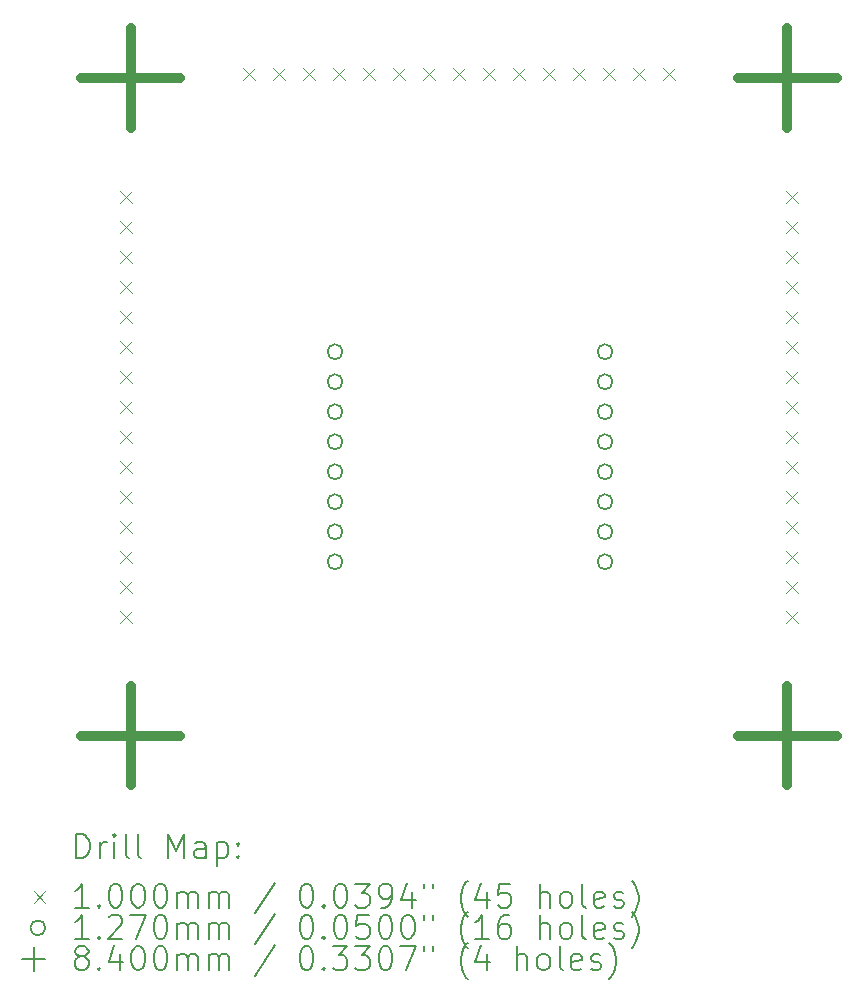
<source format=gbr>
%TF.GenerationSoftware,KiCad,Pcbnew,7.0.7*%
%TF.CreationDate,2024-04-01T01:35:50+05:30*%
%TF.ProjectId,GPS_Stack,4750535f-5374-4616-936b-2e6b69636164,rev?*%
%TF.SameCoordinates,Original*%
%TF.FileFunction,Drillmap*%
%TF.FilePolarity,Positive*%
%FSLAX45Y45*%
G04 Gerber Fmt 4.5, Leading zero omitted, Abs format (unit mm)*
G04 Created by KiCad (PCBNEW 7.0.7) date 2024-04-01 01:35:50*
%MOMM*%
%LPD*%
G01*
G04 APERTURE LIST*
%ADD10C,0.200000*%
%ADD11C,0.100000*%
%ADD12C,0.127000*%
%ADD13C,0.840000*%
G04 APERTURE END LIST*
D10*
D11*
X8447000Y-7097900D02*
X8547000Y-7197900D01*
X8547000Y-7097900D02*
X8447000Y-7197900D01*
X8447000Y-7351900D02*
X8547000Y-7451900D01*
X8547000Y-7351900D02*
X8447000Y-7451900D01*
X8447000Y-7605900D02*
X8547000Y-7705900D01*
X8547000Y-7605900D02*
X8447000Y-7705900D01*
X8447000Y-7859900D02*
X8547000Y-7959900D01*
X8547000Y-7859900D02*
X8447000Y-7959900D01*
X8447000Y-8113900D02*
X8547000Y-8213900D01*
X8547000Y-8113900D02*
X8447000Y-8213900D01*
X8447000Y-8367900D02*
X8547000Y-8467900D01*
X8547000Y-8367900D02*
X8447000Y-8467900D01*
X8447000Y-8621900D02*
X8547000Y-8721900D01*
X8547000Y-8621900D02*
X8447000Y-8721900D01*
X8447000Y-8875900D02*
X8547000Y-8975900D01*
X8547000Y-8875900D02*
X8447000Y-8975900D01*
X8447000Y-9129900D02*
X8547000Y-9229900D01*
X8547000Y-9129900D02*
X8447000Y-9229900D01*
X8447000Y-9383900D02*
X8547000Y-9483900D01*
X8547000Y-9383900D02*
X8447000Y-9483900D01*
X8447000Y-9637900D02*
X8547000Y-9737900D01*
X8547000Y-9637900D02*
X8447000Y-9737900D01*
X8447000Y-9891900D02*
X8547000Y-9991900D01*
X8547000Y-9891900D02*
X8447000Y-9991900D01*
X8447000Y-10145900D02*
X8547000Y-10245900D01*
X8547000Y-10145900D02*
X8447000Y-10245900D01*
X8447000Y-10399900D02*
X8547000Y-10499900D01*
X8547000Y-10399900D02*
X8447000Y-10499900D01*
X8447000Y-10653900D02*
X8547000Y-10753900D01*
X8547000Y-10653900D02*
X8447000Y-10753900D01*
X9489500Y-6059400D02*
X9589500Y-6159400D01*
X9589500Y-6059400D02*
X9489500Y-6159400D01*
X9743500Y-6059400D02*
X9843500Y-6159400D01*
X9843500Y-6059400D02*
X9743500Y-6159400D01*
X9997500Y-6059400D02*
X10097500Y-6159400D01*
X10097500Y-6059400D02*
X9997500Y-6159400D01*
X10251500Y-6059400D02*
X10351500Y-6159400D01*
X10351500Y-6059400D02*
X10251500Y-6159400D01*
X10505500Y-6059400D02*
X10605500Y-6159400D01*
X10605500Y-6059400D02*
X10505500Y-6159400D01*
X10759500Y-6059400D02*
X10859500Y-6159400D01*
X10859500Y-6059400D02*
X10759500Y-6159400D01*
X11013500Y-6059400D02*
X11113500Y-6159400D01*
X11113500Y-6059400D02*
X11013500Y-6159400D01*
X11267500Y-6059400D02*
X11367500Y-6159400D01*
X11367500Y-6059400D02*
X11267500Y-6159400D01*
X11521500Y-6059400D02*
X11621500Y-6159400D01*
X11621500Y-6059400D02*
X11521500Y-6159400D01*
X11775500Y-6059400D02*
X11875500Y-6159400D01*
X11875500Y-6059400D02*
X11775500Y-6159400D01*
X12029500Y-6059400D02*
X12129500Y-6159400D01*
X12129500Y-6059400D02*
X12029500Y-6159400D01*
X12283500Y-6059400D02*
X12383500Y-6159400D01*
X12383500Y-6059400D02*
X12283500Y-6159400D01*
X12537500Y-6059400D02*
X12637500Y-6159400D01*
X12637500Y-6059400D02*
X12537500Y-6159400D01*
X12791500Y-6059400D02*
X12891500Y-6159400D01*
X12891500Y-6059400D02*
X12791500Y-6159400D01*
X13045500Y-6059400D02*
X13145500Y-6159400D01*
X13145500Y-6059400D02*
X13045500Y-6159400D01*
X14087000Y-7100900D02*
X14187000Y-7200900D01*
X14187000Y-7100900D02*
X14087000Y-7200900D01*
X14087000Y-7354900D02*
X14187000Y-7454900D01*
X14187000Y-7354900D02*
X14087000Y-7454900D01*
X14087000Y-7608900D02*
X14187000Y-7708900D01*
X14187000Y-7608900D02*
X14087000Y-7708900D01*
X14087000Y-7862900D02*
X14187000Y-7962900D01*
X14187000Y-7862900D02*
X14087000Y-7962900D01*
X14087000Y-8116900D02*
X14187000Y-8216900D01*
X14187000Y-8116900D02*
X14087000Y-8216900D01*
X14087000Y-8370900D02*
X14187000Y-8470900D01*
X14187000Y-8370900D02*
X14087000Y-8470900D01*
X14087000Y-8624900D02*
X14187000Y-8724900D01*
X14187000Y-8624900D02*
X14087000Y-8724900D01*
X14087000Y-8878900D02*
X14187000Y-8978900D01*
X14187000Y-8878900D02*
X14087000Y-8978900D01*
X14087000Y-9132900D02*
X14187000Y-9232900D01*
X14187000Y-9132900D02*
X14087000Y-9232900D01*
X14087000Y-9386900D02*
X14187000Y-9486900D01*
X14187000Y-9386900D02*
X14087000Y-9486900D01*
X14087000Y-9640900D02*
X14187000Y-9740900D01*
X14187000Y-9640900D02*
X14087000Y-9740900D01*
X14087000Y-9894900D02*
X14187000Y-9994900D01*
X14187000Y-9894900D02*
X14087000Y-9994900D01*
X14087000Y-10148900D02*
X14187000Y-10248900D01*
X14187000Y-10148900D02*
X14087000Y-10248900D01*
X14087000Y-10402900D02*
X14187000Y-10502900D01*
X14187000Y-10402900D02*
X14087000Y-10502900D01*
X14087000Y-10656900D02*
X14187000Y-10756900D01*
X14187000Y-10656900D02*
X14087000Y-10756900D01*
D12*
X10330180Y-8458200D02*
G75*
G03*
X10330180Y-8458200I-63500J0D01*
G01*
X10330180Y-8712200D02*
G75*
G03*
X10330180Y-8712200I-63500J0D01*
G01*
X10330180Y-8966200D02*
G75*
G03*
X10330180Y-8966200I-63500J0D01*
G01*
X10330180Y-9220200D02*
G75*
G03*
X10330180Y-9220200I-63500J0D01*
G01*
X10330180Y-9474200D02*
G75*
G03*
X10330180Y-9474200I-63500J0D01*
G01*
X10330180Y-9728200D02*
G75*
G03*
X10330180Y-9728200I-63500J0D01*
G01*
X10330180Y-9982200D02*
G75*
G03*
X10330180Y-9982200I-63500J0D01*
G01*
X10330180Y-10236200D02*
G75*
G03*
X10330180Y-10236200I-63500J0D01*
G01*
X12616180Y-8458200D02*
G75*
G03*
X12616180Y-8458200I-63500J0D01*
G01*
X12616180Y-8712200D02*
G75*
G03*
X12616180Y-8712200I-63500J0D01*
G01*
X12616180Y-8966200D02*
G75*
G03*
X12616180Y-8966200I-63500J0D01*
G01*
X12616180Y-9220200D02*
G75*
G03*
X12616180Y-9220200I-63500J0D01*
G01*
X12616180Y-9474200D02*
G75*
G03*
X12616180Y-9474200I-63500J0D01*
G01*
X12616180Y-9728200D02*
G75*
G03*
X12616180Y-9728200I-63500J0D01*
G01*
X12616180Y-9982200D02*
G75*
G03*
X12616180Y-9982200I-63500J0D01*
G01*
X12616180Y-10236200D02*
G75*
G03*
X12616180Y-10236200I-63500J0D01*
G01*
D13*
X8537000Y-5719400D02*
X8537000Y-6559400D01*
X8117000Y-6139400D02*
X8957000Y-6139400D01*
X8537000Y-11289400D02*
X8537000Y-12129400D01*
X8117000Y-11709400D02*
X8957000Y-11709400D01*
X14097000Y-5720900D02*
X14097000Y-6560900D01*
X13677000Y-6140900D02*
X14517000Y-6140900D01*
X14097000Y-11289400D02*
X14097000Y-12129400D01*
X13677000Y-11709400D02*
X14517000Y-11709400D01*
D10*
X8075277Y-12743384D02*
X8075277Y-12543384D01*
X8075277Y-12543384D02*
X8122896Y-12543384D01*
X8122896Y-12543384D02*
X8151467Y-12552908D01*
X8151467Y-12552908D02*
X8170515Y-12571955D01*
X8170515Y-12571955D02*
X8180039Y-12591003D01*
X8180039Y-12591003D02*
X8189562Y-12629098D01*
X8189562Y-12629098D02*
X8189562Y-12657669D01*
X8189562Y-12657669D02*
X8180039Y-12695765D01*
X8180039Y-12695765D02*
X8170515Y-12714812D01*
X8170515Y-12714812D02*
X8151467Y-12733860D01*
X8151467Y-12733860D02*
X8122896Y-12743384D01*
X8122896Y-12743384D02*
X8075277Y-12743384D01*
X8275277Y-12743384D02*
X8275277Y-12610050D01*
X8275277Y-12648146D02*
X8284801Y-12629098D01*
X8284801Y-12629098D02*
X8294324Y-12619574D01*
X8294324Y-12619574D02*
X8313372Y-12610050D01*
X8313372Y-12610050D02*
X8332420Y-12610050D01*
X8399086Y-12743384D02*
X8399086Y-12610050D01*
X8399086Y-12543384D02*
X8389563Y-12552908D01*
X8389563Y-12552908D02*
X8399086Y-12562431D01*
X8399086Y-12562431D02*
X8408610Y-12552908D01*
X8408610Y-12552908D02*
X8399086Y-12543384D01*
X8399086Y-12543384D02*
X8399086Y-12562431D01*
X8522896Y-12743384D02*
X8503848Y-12733860D01*
X8503848Y-12733860D02*
X8494324Y-12714812D01*
X8494324Y-12714812D02*
X8494324Y-12543384D01*
X8627658Y-12743384D02*
X8608610Y-12733860D01*
X8608610Y-12733860D02*
X8599086Y-12714812D01*
X8599086Y-12714812D02*
X8599086Y-12543384D01*
X8856229Y-12743384D02*
X8856229Y-12543384D01*
X8856229Y-12543384D02*
X8922896Y-12686241D01*
X8922896Y-12686241D02*
X8989563Y-12543384D01*
X8989563Y-12543384D02*
X8989563Y-12743384D01*
X9170515Y-12743384D02*
X9170515Y-12638622D01*
X9170515Y-12638622D02*
X9160991Y-12619574D01*
X9160991Y-12619574D02*
X9141944Y-12610050D01*
X9141944Y-12610050D02*
X9103848Y-12610050D01*
X9103848Y-12610050D02*
X9084801Y-12619574D01*
X9170515Y-12733860D02*
X9151467Y-12743384D01*
X9151467Y-12743384D02*
X9103848Y-12743384D01*
X9103848Y-12743384D02*
X9084801Y-12733860D01*
X9084801Y-12733860D02*
X9075277Y-12714812D01*
X9075277Y-12714812D02*
X9075277Y-12695765D01*
X9075277Y-12695765D02*
X9084801Y-12676717D01*
X9084801Y-12676717D02*
X9103848Y-12667193D01*
X9103848Y-12667193D02*
X9151467Y-12667193D01*
X9151467Y-12667193D02*
X9170515Y-12657669D01*
X9265753Y-12610050D02*
X9265753Y-12810050D01*
X9265753Y-12619574D02*
X9284801Y-12610050D01*
X9284801Y-12610050D02*
X9322896Y-12610050D01*
X9322896Y-12610050D02*
X9341944Y-12619574D01*
X9341944Y-12619574D02*
X9351467Y-12629098D01*
X9351467Y-12629098D02*
X9360991Y-12648146D01*
X9360991Y-12648146D02*
X9360991Y-12705288D01*
X9360991Y-12705288D02*
X9351467Y-12724336D01*
X9351467Y-12724336D02*
X9341944Y-12733860D01*
X9341944Y-12733860D02*
X9322896Y-12743384D01*
X9322896Y-12743384D02*
X9284801Y-12743384D01*
X9284801Y-12743384D02*
X9265753Y-12733860D01*
X9446705Y-12724336D02*
X9456229Y-12733860D01*
X9456229Y-12733860D02*
X9446705Y-12743384D01*
X9446705Y-12743384D02*
X9437182Y-12733860D01*
X9437182Y-12733860D02*
X9446705Y-12724336D01*
X9446705Y-12724336D02*
X9446705Y-12743384D01*
X9446705Y-12619574D02*
X9456229Y-12629098D01*
X9456229Y-12629098D02*
X9446705Y-12638622D01*
X9446705Y-12638622D02*
X9437182Y-12629098D01*
X9437182Y-12629098D02*
X9446705Y-12619574D01*
X9446705Y-12619574D02*
X9446705Y-12638622D01*
D11*
X7714500Y-13021900D02*
X7814500Y-13121900D01*
X7814500Y-13021900D02*
X7714500Y-13121900D01*
D10*
X8180039Y-13163384D02*
X8065753Y-13163384D01*
X8122896Y-13163384D02*
X8122896Y-12963384D01*
X8122896Y-12963384D02*
X8103848Y-12991955D01*
X8103848Y-12991955D02*
X8084801Y-13011003D01*
X8084801Y-13011003D02*
X8065753Y-13020527D01*
X8265753Y-13144336D02*
X8275277Y-13153860D01*
X8275277Y-13153860D02*
X8265753Y-13163384D01*
X8265753Y-13163384D02*
X8256229Y-13153860D01*
X8256229Y-13153860D02*
X8265753Y-13144336D01*
X8265753Y-13144336D02*
X8265753Y-13163384D01*
X8399086Y-12963384D02*
X8418134Y-12963384D01*
X8418134Y-12963384D02*
X8437182Y-12972908D01*
X8437182Y-12972908D02*
X8446705Y-12982431D01*
X8446705Y-12982431D02*
X8456229Y-13001479D01*
X8456229Y-13001479D02*
X8465753Y-13039574D01*
X8465753Y-13039574D02*
X8465753Y-13087193D01*
X8465753Y-13087193D02*
X8456229Y-13125288D01*
X8456229Y-13125288D02*
X8446705Y-13144336D01*
X8446705Y-13144336D02*
X8437182Y-13153860D01*
X8437182Y-13153860D02*
X8418134Y-13163384D01*
X8418134Y-13163384D02*
X8399086Y-13163384D01*
X8399086Y-13163384D02*
X8380039Y-13153860D01*
X8380039Y-13153860D02*
X8370515Y-13144336D01*
X8370515Y-13144336D02*
X8360991Y-13125288D01*
X8360991Y-13125288D02*
X8351467Y-13087193D01*
X8351467Y-13087193D02*
X8351467Y-13039574D01*
X8351467Y-13039574D02*
X8360991Y-13001479D01*
X8360991Y-13001479D02*
X8370515Y-12982431D01*
X8370515Y-12982431D02*
X8380039Y-12972908D01*
X8380039Y-12972908D02*
X8399086Y-12963384D01*
X8589563Y-12963384D02*
X8608610Y-12963384D01*
X8608610Y-12963384D02*
X8627658Y-12972908D01*
X8627658Y-12972908D02*
X8637182Y-12982431D01*
X8637182Y-12982431D02*
X8646705Y-13001479D01*
X8646705Y-13001479D02*
X8656229Y-13039574D01*
X8656229Y-13039574D02*
X8656229Y-13087193D01*
X8656229Y-13087193D02*
X8646705Y-13125288D01*
X8646705Y-13125288D02*
X8637182Y-13144336D01*
X8637182Y-13144336D02*
X8627658Y-13153860D01*
X8627658Y-13153860D02*
X8608610Y-13163384D01*
X8608610Y-13163384D02*
X8589563Y-13163384D01*
X8589563Y-13163384D02*
X8570515Y-13153860D01*
X8570515Y-13153860D02*
X8560991Y-13144336D01*
X8560991Y-13144336D02*
X8551467Y-13125288D01*
X8551467Y-13125288D02*
X8541944Y-13087193D01*
X8541944Y-13087193D02*
X8541944Y-13039574D01*
X8541944Y-13039574D02*
X8551467Y-13001479D01*
X8551467Y-13001479D02*
X8560991Y-12982431D01*
X8560991Y-12982431D02*
X8570515Y-12972908D01*
X8570515Y-12972908D02*
X8589563Y-12963384D01*
X8780039Y-12963384D02*
X8799086Y-12963384D01*
X8799086Y-12963384D02*
X8818134Y-12972908D01*
X8818134Y-12972908D02*
X8827658Y-12982431D01*
X8827658Y-12982431D02*
X8837182Y-13001479D01*
X8837182Y-13001479D02*
X8846705Y-13039574D01*
X8846705Y-13039574D02*
X8846705Y-13087193D01*
X8846705Y-13087193D02*
X8837182Y-13125288D01*
X8837182Y-13125288D02*
X8827658Y-13144336D01*
X8827658Y-13144336D02*
X8818134Y-13153860D01*
X8818134Y-13153860D02*
X8799086Y-13163384D01*
X8799086Y-13163384D02*
X8780039Y-13163384D01*
X8780039Y-13163384D02*
X8760991Y-13153860D01*
X8760991Y-13153860D02*
X8751467Y-13144336D01*
X8751467Y-13144336D02*
X8741944Y-13125288D01*
X8741944Y-13125288D02*
X8732420Y-13087193D01*
X8732420Y-13087193D02*
X8732420Y-13039574D01*
X8732420Y-13039574D02*
X8741944Y-13001479D01*
X8741944Y-13001479D02*
X8751467Y-12982431D01*
X8751467Y-12982431D02*
X8760991Y-12972908D01*
X8760991Y-12972908D02*
X8780039Y-12963384D01*
X8932420Y-13163384D02*
X8932420Y-13030050D01*
X8932420Y-13049098D02*
X8941944Y-13039574D01*
X8941944Y-13039574D02*
X8960991Y-13030050D01*
X8960991Y-13030050D02*
X8989563Y-13030050D01*
X8989563Y-13030050D02*
X9008610Y-13039574D01*
X9008610Y-13039574D02*
X9018134Y-13058622D01*
X9018134Y-13058622D02*
X9018134Y-13163384D01*
X9018134Y-13058622D02*
X9027658Y-13039574D01*
X9027658Y-13039574D02*
X9046705Y-13030050D01*
X9046705Y-13030050D02*
X9075277Y-13030050D01*
X9075277Y-13030050D02*
X9094325Y-13039574D01*
X9094325Y-13039574D02*
X9103848Y-13058622D01*
X9103848Y-13058622D02*
X9103848Y-13163384D01*
X9199086Y-13163384D02*
X9199086Y-13030050D01*
X9199086Y-13049098D02*
X9208610Y-13039574D01*
X9208610Y-13039574D02*
X9227658Y-13030050D01*
X9227658Y-13030050D02*
X9256229Y-13030050D01*
X9256229Y-13030050D02*
X9275277Y-13039574D01*
X9275277Y-13039574D02*
X9284801Y-13058622D01*
X9284801Y-13058622D02*
X9284801Y-13163384D01*
X9284801Y-13058622D02*
X9294325Y-13039574D01*
X9294325Y-13039574D02*
X9313372Y-13030050D01*
X9313372Y-13030050D02*
X9341944Y-13030050D01*
X9341944Y-13030050D02*
X9360991Y-13039574D01*
X9360991Y-13039574D02*
X9370515Y-13058622D01*
X9370515Y-13058622D02*
X9370515Y-13163384D01*
X9760991Y-12953860D02*
X9589563Y-13211003D01*
X10018134Y-12963384D02*
X10037182Y-12963384D01*
X10037182Y-12963384D02*
X10056229Y-12972908D01*
X10056229Y-12972908D02*
X10065753Y-12982431D01*
X10065753Y-12982431D02*
X10075277Y-13001479D01*
X10075277Y-13001479D02*
X10084801Y-13039574D01*
X10084801Y-13039574D02*
X10084801Y-13087193D01*
X10084801Y-13087193D02*
X10075277Y-13125288D01*
X10075277Y-13125288D02*
X10065753Y-13144336D01*
X10065753Y-13144336D02*
X10056229Y-13153860D01*
X10056229Y-13153860D02*
X10037182Y-13163384D01*
X10037182Y-13163384D02*
X10018134Y-13163384D01*
X10018134Y-13163384D02*
X9999087Y-13153860D01*
X9999087Y-13153860D02*
X9989563Y-13144336D01*
X9989563Y-13144336D02*
X9980039Y-13125288D01*
X9980039Y-13125288D02*
X9970515Y-13087193D01*
X9970515Y-13087193D02*
X9970515Y-13039574D01*
X9970515Y-13039574D02*
X9980039Y-13001479D01*
X9980039Y-13001479D02*
X9989563Y-12982431D01*
X9989563Y-12982431D02*
X9999087Y-12972908D01*
X9999087Y-12972908D02*
X10018134Y-12963384D01*
X10170515Y-13144336D02*
X10180039Y-13153860D01*
X10180039Y-13153860D02*
X10170515Y-13163384D01*
X10170515Y-13163384D02*
X10160991Y-13153860D01*
X10160991Y-13153860D02*
X10170515Y-13144336D01*
X10170515Y-13144336D02*
X10170515Y-13163384D01*
X10303848Y-12963384D02*
X10322896Y-12963384D01*
X10322896Y-12963384D02*
X10341944Y-12972908D01*
X10341944Y-12972908D02*
X10351468Y-12982431D01*
X10351468Y-12982431D02*
X10360991Y-13001479D01*
X10360991Y-13001479D02*
X10370515Y-13039574D01*
X10370515Y-13039574D02*
X10370515Y-13087193D01*
X10370515Y-13087193D02*
X10360991Y-13125288D01*
X10360991Y-13125288D02*
X10351468Y-13144336D01*
X10351468Y-13144336D02*
X10341944Y-13153860D01*
X10341944Y-13153860D02*
X10322896Y-13163384D01*
X10322896Y-13163384D02*
X10303848Y-13163384D01*
X10303848Y-13163384D02*
X10284801Y-13153860D01*
X10284801Y-13153860D02*
X10275277Y-13144336D01*
X10275277Y-13144336D02*
X10265753Y-13125288D01*
X10265753Y-13125288D02*
X10256229Y-13087193D01*
X10256229Y-13087193D02*
X10256229Y-13039574D01*
X10256229Y-13039574D02*
X10265753Y-13001479D01*
X10265753Y-13001479D02*
X10275277Y-12982431D01*
X10275277Y-12982431D02*
X10284801Y-12972908D01*
X10284801Y-12972908D02*
X10303848Y-12963384D01*
X10437182Y-12963384D02*
X10560991Y-12963384D01*
X10560991Y-12963384D02*
X10494325Y-13039574D01*
X10494325Y-13039574D02*
X10522896Y-13039574D01*
X10522896Y-13039574D02*
X10541944Y-13049098D01*
X10541944Y-13049098D02*
X10551468Y-13058622D01*
X10551468Y-13058622D02*
X10560991Y-13077669D01*
X10560991Y-13077669D02*
X10560991Y-13125288D01*
X10560991Y-13125288D02*
X10551468Y-13144336D01*
X10551468Y-13144336D02*
X10541944Y-13153860D01*
X10541944Y-13153860D02*
X10522896Y-13163384D01*
X10522896Y-13163384D02*
X10465753Y-13163384D01*
X10465753Y-13163384D02*
X10446706Y-13153860D01*
X10446706Y-13153860D02*
X10437182Y-13144336D01*
X10656229Y-13163384D02*
X10694325Y-13163384D01*
X10694325Y-13163384D02*
X10713372Y-13153860D01*
X10713372Y-13153860D02*
X10722896Y-13144336D01*
X10722896Y-13144336D02*
X10741944Y-13115765D01*
X10741944Y-13115765D02*
X10751468Y-13077669D01*
X10751468Y-13077669D02*
X10751468Y-13001479D01*
X10751468Y-13001479D02*
X10741944Y-12982431D01*
X10741944Y-12982431D02*
X10732420Y-12972908D01*
X10732420Y-12972908D02*
X10713372Y-12963384D01*
X10713372Y-12963384D02*
X10675277Y-12963384D01*
X10675277Y-12963384D02*
X10656229Y-12972908D01*
X10656229Y-12972908D02*
X10646706Y-12982431D01*
X10646706Y-12982431D02*
X10637182Y-13001479D01*
X10637182Y-13001479D02*
X10637182Y-13049098D01*
X10637182Y-13049098D02*
X10646706Y-13068146D01*
X10646706Y-13068146D02*
X10656229Y-13077669D01*
X10656229Y-13077669D02*
X10675277Y-13087193D01*
X10675277Y-13087193D02*
X10713372Y-13087193D01*
X10713372Y-13087193D02*
X10732420Y-13077669D01*
X10732420Y-13077669D02*
X10741944Y-13068146D01*
X10741944Y-13068146D02*
X10751468Y-13049098D01*
X10922896Y-13030050D02*
X10922896Y-13163384D01*
X10875277Y-12953860D02*
X10827658Y-13096717D01*
X10827658Y-13096717D02*
X10951468Y-13096717D01*
X11018134Y-12963384D02*
X11018134Y-13001479D01*
X11094325Y-12963384D02*
X11094325Y-13001479D01*
X11389563Y-13239574D02*
X11380039Y-13230050D01*
X11380039Y-13230050D02*
X11360991Y-13201479D01*
X11360991Y-13201479D02*
X11351468Y-13182431D01*
X11351468Y-13182431D02*
X11341944Y-13153860D01*
X11341944Y-13153860D02*
X11332420Y-13106241D01*
X11332420Y-13106241D02*
X11332420Y-13068146D01*
X11332420Y-13068146D02*
X11341944Y-13020527D01*
X11341944Y-13020527D02*
X11351468Y-12991955D01*
X11351468Y-12991955D02*
X11360991Y-12972908D01*
X11360991Y-12972908D02*
X11380039Y-12944336D01*
X11380039Y-12944336D02*
X11389563Y-12934812D01*
X11551468Y-13030050D02*
X11551468Y-13163384D01*
X11503848Y-12953860D02*
X11456229Y-13096717D01*
X11456229Y-13096717D02*
X11580039Y-13096717D01*
X11751468Y-12963384D02*
X11656229Y-12963384D01*
X11656229Y-12963384D02*
X11646706Y-13058622D01*
X11646706Y-13058622D02*
X11656229Y-13049098D01*
X11656229Y-13049098D02*
X11675277Y-13039574D01*
X11675277Y-13039574D02*
X11722896Y-13039574D01*
X11722896Y-13039574D02*
X11741944Y-13049098D01*
X11741944Y-13049098D02*
X11751468Y-13058622D01*
X11751468Y-13058622D02*
X11760991Y-13077669D01*
X11760991Y-13077669D02*
X11760991Y-13125288D01*
X11760991Y-13125288D02*
X11751468Y-13144336D01*
X11751468Y-13144336D02*
X11741944Y-13153860D01*
X11741944Y-13153860D02*
X11722896Y-13163384D01*
X11722896Y-13163384D02*
X11675277Y-13163384D01*
X11675277Y-13163384D02*
X11656229Y-13153860D01*
X11656229Y-13153860D02*
X11646706Y-13144336D01*
X11999087Y-13163384D02*
X11999087Y-12963384D01*
X12084801Y-13163384D02*
X12084801Y-13058622D01*
X12084801Y-13058622D02*
X12075277Y-13039574D01*
X12075277Y-13039574D02*
X12056230Y-13030050D01*
X12056230Y-13030050D02*
X12027658Y-13030050D01*
X12027658Y-13030050D02*
X12008610Y-13039574D01*
X12008610Y-13039574D02*
X11999087Y-13049098D01*
X12208610Y-13163384D02*
X12189563Y-13153860D01*
X12189563Y-13153860D02*
X12180039Y-13144336D01*
X12180039Y-13144336D02*
X12170515Y-13125288D01*
X12170515Y-13125288D02*
X12170515Y-13068146D01*
X12170515Y-13068146D02*
X12180039Y-13049098D01*
X12180039Y-13049098D02*
X12189563Y-13039574D01*
X12189563Y-13039574D02*
X12208610Y-13030050D01*
X12208610Y-13030050D02*
X12237182Y-13030050D01*
X12237182Y-13030050D02*
X12256230Y-13039574D01*
X12256230Y-13039574D02*
X12265753Y-13049098D01*
X12265753Y-13049098D02*
X12275277Y-13068146D01*
X12275277Y-13068146D02*
X12275277Y-13125288D01*
X12275277Y-13125288D02*
X12265753Y-13144336D01*
X12265753Y-13144336D02*
X12256230Y-13153860D01*
X12256230Y-13153860D02*
X12237182Y-13163384D01*
X12237182Y-13163384D02*
X12208610Y-13163384D01*
X12389563Y-13163384D02*
X12370515Y-13153860D01*
X12370515Y-13153860D02*
X12360991Y-13134812D01*
X12360991Y-13134812D02*
X12360991Y-12963384D01*
X12541944Y-13153860D02*
X12522896Y-13163384D01*
X12522896Y-13163384D02*
X12484801Y-13163384D01*
X12484801Y-13163384D02*
X12465753Y-13153860D01*
X12465753Y-13153860D02*
X12456230Y-13134812D01*
X12456230Y-13134812D02*
X12456230Y-13058622D01*
X12456230Y-13058622D02*
X12465753Y-13039574D01*
X12465753Y-13039574D02*
X12484801Y-13030050D01*
X12484801Y-13030050D02*
X12522896Y-13030050D01*
X12522896Y-13030050D02*
X12541944Y-13039574D01*
X12541944Y-13039574D02*
X12551468Y-13058622D01*
X12551468Y-13058622D02*
X12551468Y-13077669D01*
X12551468Y-13077669D02*
X12456230Y-13096717D01*
X12627658Y-13153860D02*
X12646706Y-13163384D01*
X12646706Y-13163384D02*
X12684801Y-13163384D01*
X12684801Y-13163384D02*
X12703849Y-13153860D01*
X12703849Y-13153860D02*
X12713372Y-13134812D01*
X12713372Y-13134812D02*
X12713372Y-13125288D01*
X12713372Y-13125288D02*
X12703849Y-13106241D01*
X12703849Y-13106241D02*
X12684801Y-13096717D01*
X12684801Y-13096717D02*
X12656230Y-13096717D01*
X12656230Y-13096717D02*
X12637182Y-13087193D01*
X12637182Y-13087193D02*
X12627658Y-13068146D01*
X12627658Y-13068146D02*
X12627658Y-13058622D01*
X12627658Y-13058622D02*
X12637182Y-13039574D01*
X12637182Y-13039574D02*
X12656230Y-13030050D01*
X12656230Y-13030050D02*
X12684801Y-13030050D01*
X12684801Y-13030050D02*
X12703849Y-13039574D01*
X12780039Y-13239574D02*
X12789563Y-13230050D01*
X12789563Y-13230050D02*
X12808611Y-13201479D01*
X12808611Y-13201479D02*
X12818134Y-13182431D01*
X12818134Y-13182431D02*
X12827658Y-13153860D01*
X12827658Y-13153860D02*
X12837182Y-13106241D01*
X12837182Y-13106241D02*
X12837182Y-13068146D01*
X12837182Y-13068146D02*
X12827658Y-13020527D01*
X12827658Y-13020527D02*
X12818134Y-12991955D01*
X12818134Y-12991955D02*
X12808611Y-12972908D01*
X12808611Y-12972908D02*
X12789563Y-12944336D01*
X12789563Y-12944336D02*
X12780039Y-12934812D01*
D12*
X7814500Y-13335900D02*
G75*
G03*
X7814500Y-13335900I-63500J0D01*
G01*
D10*
X8180039Y-13427384D02*
X8065753Y-13427384D01*
X8122896Y-13427384D02*
X8122896Y-13227384D01*
X8122896Y-13227384D02*
X8103848Y-13255955D01*
X8103848Y-13255955D02*
X8084801Y-13275003D01*
X8084801Y-13275003D02*
X8065753Y-13284527D01*
X8265753Y-13408336D02*
X8275277Y-13417860D01*
X8275277Y-13417860D02*
X8265753Y-13427384D01*
X8265753Y-13427384D02*
X8256229Y-13417860D01*
X8256229Y-13417860D02*
X8265753Y-13408336D01*
X8265753Y-13408336D02*
X8265753Y-13427384D01*
X8351467Y-13246431D02*
X8360991Y-13236908D01*
X8360991Y-13236908D02*
X8380039Y-13227384D01*
X8380039Y-13227384D02*
X8427658Y-13227384D01*
X8427658Y-13227384D02*
X8446705Y-13236908D01*
X8446705Y-13236908D02*
X8456229Y-13246431D01*
X8456229Y-13246431D02*
X8465753Y-13265479D01*
X8465753Y-13265479D02*
X8465753Y-13284527D01*
X8465753Y-13284527D02*
X8456229Y-13313098D01*
X8456229Y-13313098D02*
X8341943Y-13427384D01*
X8341943Y-13427384D02*
X8465753Y-13427384D01*
X8532420Y-13227384D02*
X8665753Y-13227384D01*
X8665753Y-13227384D02*
X8580039Y-13427384D01*
X8780039Y-13227384D02*
X8799086Y-13227384D01*
X8799086Y-13227384D02*
X8818134Y-13236908D01*
X8818134Y-13236908D02*
X8827658Y-13246431D01*
X8827658Y-13246431D02*
X8837182Y-13265479D01*
X8837182Y-13265479D02*
X8846705Y-13303574D01*
X8846705Y-13303574D02*
X8846705Y-13351193D01*
X8846705Y-13351193D02*
X8837182Y-13389288D01*
X8837182Y-13389288D02*
X8827658Y-13408336D01*
X8827658Y-13408336D02*
X8818134Y-13417860D01*
X8818134Y-13417860D02*
X8799086Y-13427384D01*
X8799086Y-13427384D02*
X8780039Y-13427384D01*
X8780039Y-13427384D02*
X8760991Y-13417860D01*
X8760991Y-13417860D02*
X8751467Y-13408336D01*
X8751467Y-13408336D02*
X8741944Y-13389288D01*
X8741944Y-13389288D02*
X8732420Y-13351193D01*
X8732420Y-13351193D02*
X8732420Y-13303574D01*
X8732420Y-13303574D02*
X8741944Y-13265479D01*
X8741944Y-13265479D02*
X8751467Y-13246431D01*
X8751467Y-13246431D02*
X8760991Y-13236908D01*
X8760991Y-13236908D02*
X8780039Y-13227384D01*
X8932420Y-13427384D02*
X8932420Y-13294050D01*
X8932420Y-13313098D02*
X8941944Y-13303574D01*
X8941944Y-13303574D02*
X8960991Y-13294050D01*
X8960991Y-13294050D02*
X8989563Y-13294050D01*
X8989563Y-13294050D02*
X9008610Y-13303574D01*
X9008610Y-13303574D02*
X9018134Y-13322622D01*
X9018134Y-13322622D02*
X9018134Y-13427384D01*
X9018134Y-13322622D02*
X9027658Y-13303574D01*
X9027658Y-13303574D02*
X9046705Y-13294050D01*
X9046705Y-13294050D02*
X9075277Y-13294050D01*
X9075277Y-13294050D02*
X9094325Y-13303574D01*
X9094325Y-13303574D02*
X9103848Y-13322622D01*
X9103848Y-13322622D02*
X9103848Y-13427384D01*
X9199086Y-13427384D02*
X9199086Y-13294050D01*
X9199086Y-13313098D02*
X9208610Y-13303574D01*
X9208610Y-13303574D02*
X9227658Y-13294050D01*
X9227658Y-13294050D02*
X9256229Y-13294050D01*
X9256229Y-13294050D02*
X9275277Y-13303574D01*
X9275277Y-13303574D02*
X9284801Y-13322622D01*
X9284801Y-13322622D02*
X9284801Y-13427384D01*
X9284801Y-13322622D02*
X9294325Y-13303574D01*
X9294325Y-13303574D02*
X9313372Y-13294050D01*
X9313372Y-13294050D02*
X9341944Y-13294050D01*
X9341944Y-13294050D02*
X9360991Y-13303574D01*
X9360991Y-13303574D02*
X9370515Y-13322622D01*
X9370515Y-13322622D02*
X9370515Y-13427384D01*
X9760991Y-13217860D02*
X9589563Y-13475003D01*
X10018134Y-13227384D02*
X10037182Y-13227384D01*
X10037182Y-13227384D02*
X10056229Y-13236908D01*
X10056229Y-13236908D02*
X10065753Y-13246431D01*
X10065753Y-13246431D02*
X10075277Y-13265479D01*
X10075277Y-13265479D02*
X10084801Y-13303574D01*
X10084801Y-13303574D02*
X10084801Y-13351193D01*
X10084801Y-13351193D02*
X10075277Y-13389288D01*
X10075277Y-13389288D02*
X10065753Y-13408336D01*
X10065753Y-13408336D02*
X10056229Y-13417860D01*
X10056229Y-13417860D02*
X10037182Y-13427384D01*
X10037182Y-13427384D02*
X10018134Y-13427384D01*
X10018134Y-13427384D02*
X9999087Y-13417860D01*
X9999087Y-13417860D02*
X9989563Y-13408336D01*
X9989563Y-13408336D02*
X9980039Y-13389288D01*
X9980039Y-13389288D02*
X9970515Y-13351193D01*
X9970515Y-13351193D02*
X9970515Y-13303574D01*
X9970515Y-13303574D02*
X9980039Y-13265479D01*
X9980039Y-13265479D02*
X9989563Y-13246431D01*
X9989563Y-13246431D02*
X9999087Y-13236908D01*
X9999087Y-13236908D02*
X10018134Y-13227384D01*
X10170515Y-13408336D02*
X10180039Y-13417860D01*
X10180039Y-13417860D02*
X10170515Y-13427384D01*
X10170515Y-13427384D02*
X10160991Y-13417860D01*
X10160991Y-13417860D02*
X10170515Y-13408336D01*
X10170515Y-13408336D02*
X10170515Y-13427384D01*
X10303848Y-13227384D02*
X10322896Y-13227384D01*
X10322896Y-13227384D02*
X10341944Y-13236908D01*
X10341944Y-13236908D02*
X10351468Y-13246431D01*
X10351468Y-13246431D02*
X10360991Y-13265479D01*
X10360991Y-13265479D02*
X10370515Y-13303574D01*
X10370515Y-13303574D02*
X10370515Y-13351193D01*
X10370515Y-13351193D02*
X10360991Y-13389288D01*
X10360991Y-13389288D02*
X10351468Y-13408336D01*
X10351468Y-13408336D02*
X10341944Y-13417860D01*
X10341944Y-13417860D02*
X10322896Y-13427384D01*
X10322896Y-13427384D02*
X10303848Y-13427384D01*
X10303848Y-13427384D02*
X10284801Y-13417860D01*
X10284801Y-13417860D02*
X10275277Y-13408336D01*
X10275277Y-13408336D02*
X10265753Y-13389288D01*
X10265753Y-13389288D02*
X10256229Y-13351193D01*
X10256229Y-13351193D02*
X10256229Y-13303574D01*
X10256229Y-13303574D02*
X10265753Y-13265479D01*
X10265753Y-13265479D02*
X10275277Y-13246431D01*
X10275277Y-13246431D02*
X10284801Y-13236908D01*
X10284801Y-13236908D02*
X10303848Y-13227384D01*
X10551468Y-13227384D02*
X10456229Y-13227384D01*
X10456229Y-13227384D02*
X10446706Y-13322622D01*
X10446706Y-13322622D02*
X10456229Y-13313098D01*
X10456229Y-13313098D02*
X10475277Y-13303574D01*
X10475277Y-13303574D02*
X10522896Y-13303574D01*
X10522896Y-13303574D02*
X10541944Y-13313098D01*
X10541944Y-13313098D02*
X10551468Y-13322622D01*
X10551468Y-13322622D02*
X10560991Y-13341669D01*
X10560991Y-13341669D02*
X10560991Y-13389288D01*
X10560991Y-13389288D02*
X10551468Y-13408336D01*
X10551468Y-13408336D02*
X10541944Y-13417860D01*
X10541944Y-13417860D02*
X10522896Y-13427384D01*
X10522896Y-13427384D02*
X10475277Y-13427384D01*
X10475277Y-13427384D02*
X10456229Y-13417860D01*
X10456229Y-13417860D02*
X10446706Y-13408336D01*
X10684801Y-13227384D02*
X10703849Y-13227384D01*
X10703849Y-13227384D02*
X10722896Y-13236908D01*
X10722896Y-13236908D02*
X10732420Y-13246431D01*
X10732420Y-13246431D02*
X10741944Y-13265479D01*
X10741944Y-13265479D02*
X10751468Y-13303574D01*
X10751468Y-13303574D02*
X10751468Y-13351193D01*
X10751468Y-13351193D02*
X10741944Y-13389288D01*
X10741944Y-13389288D02*
X10732420Y-13408336D01*
X10732420Y-13408336D02*
X10722896Y-13417860D01*
X10722896Y-13417860D02*
X10703849Y-13427384D01*
X10703849Y-13427384D02*
X10684801Y-13427384D01*
X10684801Y-13427384D02*
X10665753Y-13417860D01*
X10665753Y-13417860D02*
X10656229Y-13408336D01*
X10656229Y-13408336D02*
X10646706Y-13389288D01*
X10646706Y-13389288D02*
X10637182Y-13351193D01*
X10637182Y-13351193D02*
X10637182Y-13303574D01*
X10637182Y-13303574D02*
X10646706Y-13265479D01*
X10646706Y-13265479D02*
X10656229Y-13246431D01*
X10656229Y-13246431D02*
X10665753Y-13236908D01*
X10665753Y-13236908D02*
X10684801Y-13227384D01*
X10875277Y-13227384D02*
X10894325Y-13227384D01*
X10894325Y-13227384D02*
X10913372Y-13236908D01*
X10913372Y-13236908D02*
X10922896Y-13246431D01*
X10922896Y-13246431D02*
X10932420Y-13265479D01*
X10932420Y-13265479D02*
X10941944Y-13303574D01*
X10941944Y-13303574D02*
X10941944Y-13351193D01*
X10941944Y-13351193D02*
X10932420Y-13389288D01*
X10932420Y-13389288D02*
X10922896Y-13408336D01*
X10922896Y-13408336D02*
X10913372Y-13417860D01*
X10913372Y-13417860D02*
X10894325Y-13427384D01*
X10894325Y-13427384D02*
X10875277Y-13427384D01*
X10875277Y-13427384D02*
X10856229Y-13417860D01*
X10856229Y-13417860D02*
X10846706Y-13408336D01*
X10846706Y-13408336D02*
X10837182Y-13389288D01*
X10837182Y-13389288D02*
X10827658Y-13351193D01*
X10827658Y-13351193D02*
X10827658Y-13303574D01*
X10827658Y-13303574D02*
X10837182Y-13265479D01*
X10837182Y-13265479D02*
X10846706Y-13246431D01*
X10846706Y-13246431D02*
X10856229Y-13236908D01*
X10856229Y-13236908D02*
X10875277Y-13227384D01*
X11018134Y-13227384D02*
X11018134Y-13265479D01*
X11094325Y-13227384D02*
X11094325Y-13265479D01*
X11389563Y-13503574D02*
X11380039Y-13494050D01*
X11380039Y-13494050D02*
X11360991Y-13465479D01*
X11360991Y-13465479D02*
X11351468Y-13446431D01*
X11351468Y-13446431D02*
X11341944Y-13417860D01*
X11341944Y-13417860D02*
X11332420Y-13370241D01*
X11332420Y-13370241D02*
X11332420Y-13332146D01*
X11332420Y-13332146D02*
X11341944Y-13284527D01*
X11341944Y-13284527D02*
X11351468Y-13255955D01*
X11351468Y-13255955D02*
X11360991Y-13236908D01*
X11360991Y-13236908D02*
X11380039Y-13208336D01*
X11380039Y-13208336D02*
X11389563Y-13198812D01*
X11570515Y-13427384D02*
X11456229Y-13427384D01*
X11513372Y-13427384D02*
X11513372Y-13227384D01*
X11513372Y-13227384D02*
X11494325Y-13255955D01*
X11494325Y-13255955D02*
X11475277Y-13275003D01*
X11475277Y-13275003D02*
X11456229Y-13284527D01*
X11741944Y-13227384D02*
X11703848Y-13227384D01*
X11703848Y-13227384D02*
X11684801Y-13236908D01*
X11684801Y-13236908D02*
X11675277Y-13246431D01*
X11675277Y-13246431D02*
X11656229Y-13275003D01*
X11656229Y-13275003D02*
X11646706Y-13313098D01*
X11646706Y-13313098D02*
X11646706Y-13389288D01*
X11646706Y-13389288D02*
X11656229Y-13408336D01*
X11656229Y-13408336D02*
X11665753Y-13417860D01*
X11665753Y-13417860D02*
X11684801Y-13427384D01*
X11684801Y-13427384D02*
X11722896Y-13427384D01*
X11722896Y-13427384D02*
X11741944Y-13417860D01*
X11741944Y-13417860D02*
X11751468Y-13408336D01*
X11751468Y-13408336D02*
X11760991Y-13389288D01*
X11760991Y-13389288D02*
X11760991Y-13341669D01*
X11760991Y-13341669D02*
X11751468Y-13322622D01*
X11751468Y-13322622D02*
X11741944Y-13313098D01*
X11741944Y-13313098D02*
X11722896Y-13303574D01*
X11722896Y-13303574D02*
X11684801Y-13303574D01*
X11684801Y-13303574D02*
X11665753Y-13313098D01*
X11665753Y-13313098D02*
X11656229Y-13322622D01*
X11656229Y-13322622D02*
X11646706Y-13341669D01*
X11999087Y-13427384D02*
X11999087Y-13227384D01*
X12084801Y-13427384D02*
X12084801Y-13322622D01*
X12084801Y-13322622D02*
X12075277Y-13303574D01*
X12075277Y-13303574D02*
X12056230Y-13294050D01*
X12056230Y-13294050D02*
X12027658Y-13294050D01*
X12027658Y-13294050D02*
X12008610Y-13303574D01*
X12008610Y-13303574D02*
X11999087Y-13313098D01*
X12208610Y-13427384D02*
X12189563Y-13417860D01*
X12189563Y-13417860D02*
X12180039Y-13408336D01*
X12180039Y-13408336D02*
X12170515Y-13389288D01*
X12170515Y-13389288D02*
X12170515Y-13332146D01*
X12170515Y-13332146D02*
X12180039Y-13313098D01*
X12180039Y-13313098D02*
X12189563Y-13303574D01*
X12189563Y-13303574D02*
X12208610Y-13294050D01*
X12208610Y-13294050D02*
X12237182Y-13294050D01*
X12237182Y-13294050D02*
X12256230Y-13303574D01*
X12256230Y-13303574D02*
X12265753Y-13313098D01*
X12265753Y-13313098D02*
X12275277Y-13332146D01*
X12275277Y-13332146D02*
X12275277Y-13389288D01*
X12275277Y-13389288D02*
X12265753Y-13408336D01*
X12265753Y-13408336D02*
X12256230Y-13417860D01*
X12256230Y-13417860D02*
X12237182Y-13427384D01*
X12237182Y-13427384D02*
X12208610Y-13427384D01*
X12389563Y-13427384D02*
X12370515Y-13417860D01*
X12370515Y-13417860D02*
X12360991Y-13398812D01*
X12360991Y-13398812D02*
X12360991Y-13227384D01*
X12541944Y-13417860D02*
X12522896Y-13427384D01*
X12522896Y-13427384D02*
X12484801Y-13427384D01*
X12484801Y-13427384D02*
X12465753Y-13417860D01*
X12465753Y-13417860D02*
X12456230Y-13398812D01*
X12456230Y-13398812D02*
X12456230Y-13322622D01*
X12456230Y-13322622D02*
X12465753Y-13303574D01*
X12465753Y-13303574D02*
X12484801Y-13294050D01*
X12484801Y-13294050D02*
X12522896Y-13294050D01*
X12522896Y-13294050D02*
X12541944Y-13303574D01*
X12541944Y-13303574D02*
X12551468Y-13322622D01*
X12551468Y-13322622D02*
X12551468Y-13341669D01*
X12551468Y-13341669D02*
X12456230Y-13360717D01*
X12627658Y-13417860D02*
X12646706Y-13427384D01*
X12646706Y-13427384D02*
X12684801Y-13427384D01*
X12684801Y-13427384D02*
X12703849Y-13417860D01*
X12703849Y-13417860D02*
X12713372Y-13398812D01*
X12713372Y-13398812D02*
X12713372Y-13389288D01*
X12713372Y-13389288D02*
X12703849Y-13370241D01*
X12703849Y-13370241D02*
X12684801Y-13360717D01*
X12684801Y-13360717D02*
X12656230Y-13360717D01*
X12656230Y-13360717D02*
X12637182Y-13351193D01*
X12637182Y-13351193D02*
X12627658Y-13332146D01*
X12627658Y-13332146D02*
X12627658Y-13322622D01*
X12627658Y-13322622D02*
X12637182Y-13303574D01*
X12637182Y-13303574D02*
X12656230Y-13294050D01*
X12656230Y-13294050D02*
X12684801Y-13294050D01*
X12684801Y-13294050D02*
X12703849Y-13303574D01*
X12780039Y-13503574D02*
X12789563Y-13494050D01*
X12789563Y-13494050D02*
X12808611Y-13465479D01*
X12808611Y-13465479D02*
X12818134Y-13446431D01*
X12818134Y-13446431D02*
X12827658Y-13417860D01*
X12827658Y-13417860D02*
X12837182Y-13370241D01*
X12837182Y-13370241D02*
X12837182Y-13332146D01*
X12837182Y-13332146D02*
X12827658Y-13284527D01*
X12827658Y-13284527D02*
X12818134Y-13255955D01*
X12818134Y-13255955D02*
X12808611Y-13236908D01*
X12808611Y-13236908D02*
X12789563Y-13208336D01*
X12789563Y-13208336D02*
X12780039Y-13198812D01*
X7714500Y-13499900D02*
X7714500Y-13699900D01*
X7614500Y-13599900D02*
X7814500Y-13599900D01*
X8103848Y-13577098D02*
X8084801Y-13567574D01*
X8084801Y-13567574D02*
X8075277Y-13558050D01*
X8075277Y-13558050D02*
X8065753Y-13539003D01*
X8065753Y-13539003D02*
X8065753Y-13529479D01*
X8065753Y-13529479D02*
X8075277Y-13510431D01*
X8075277Y-13510431D02*
X8084801Y-13500908D01*
X8084801Y-13500908D02*
X8103848Y-13491384D01*
X8103848Y-13491384D02*
X8141943Y-13491384D01*
X8141943Y-13491384D02*
X8160991Y-13500908D01*
X8160991Y-13500908D02*
X8170515Y-13510431D01*
X8170515Y-13510431D02*
X8180039Y-13529479D01*
X8180039Y-13529479D02*
X8180039Y-13539003D01*
X8180039Y-13539003D02*
X8170515Y-13558050D01*
X8170515Y-13558050D02*
X8160991Y-13567574D01*
X8160991Y-13567574D02*
X8141943Y-13577098D01*
X8141943Y-13577098D02*
X8103848Y-13577098D01*
X8103848Y-13577098D02*
X8084801Y-13586622D01*
X8084801Y-13586622D02*
X8075277Y-13596146D01*
X8075277Y-13596146D02*
X8065753Y-13615193D01*
X8065753Y-13615193D02*
X8065753Y-13653288D01*
X8065753Y-13653288D02*
X8075277Y-13672336D01*
X8075277Y-13672336D02*
X8084801Y-13681860D01*
X8084801Y-13681860D02*
X8103848Y-13691384D01*
X8103848Y-13691384D02*
X8141943Y-13691384D01*
X8141943Y-13691384D02*
X8160991Y-13681860D01*
X8160991Y-13681860D02*
X8170515Y-13672336D01*
X8170515Y-13672336D02*
X8180039Y-13653288D01*
X8180039Y-13653288D02*
X8180039Y-13615193D01*
X8180039Y-13615193D02*
X8170515Y-13596146D01*
X8170515Y-13596146D02*
X8160991Y-13586622D01*
X8160991Y-13586622D02*
X8141943Y-13577098D01*
X8265753Y-13672336D02*
X8275277Y-13681860D01*
X8275277Y-13681860D02*
X8265753Y-13691384D01*
X8265753Y-13691384D02*
X8256229Y-13681860D01*
X8256229Y-13681860D02*
X8265753Y-13672336D01*
X8265753Y-13672336D02*
X8265753Y-13691384D01*
X8446705Y-13558050D02*
X8446705Y-13691384D01*
X8399086Y-13481860D02*
X8351467Y-13624717D01*
X8351467Y-13624717D02*
X8475277Y-13624717D01*
X8589563Y-13491384D02*
X8608610Y-13491384D01*
X8608610Y-13491384D02*
X8627658Y-13500908D01*
X8627658Y-13500908D02*
X8637182Y-13510431D01*
X8637182Y-13510431D02*
X8646705Y-13529479D01*
X8646705Y-13529479D02*
X8656229Y-13567574D01*
X8656229Y-13567574D02*
X8656229Y-13615193D01*
X8656229Y-13615193D02*
X8646705Y-13653288D01*
X8646705Y-13653288D02*
X8637182Y-13672336D01*
X8637182Y-13672336D02*
X8627658Y-13681860D01*
X8627658Y-13681860D02*
X8608610Y-13691384D01*
X8608610Y-13691384D02*
X8589563Y-13691384D01*
X8589563Y-13691384D02*
X8570515Y-13681860D01*
X8570515Y-13681860D02*
X8560991Y-13672336D01*
X8560991Y-13672336D02*
X8551467Y-13653288D01*
X8551467Y-13653288D02*
X8541944Y-13615193D01*
X8541944Y-13615193D02*
X8541944Y-13567574D01*
X8541944Y-13567574D02*
X8551467Y-13529479D01*
X8551467Y-13529479D02*
X8560991Y-13510431D01*
X8560991Y-13510431D02*
X8570515Y-13500908D01*
X8570515Y-13500908D02*
X8589563Y-13491384D01*
X8780039Y-13491384D02*
X8799086Y-13491384D01*
X8799086Y-13491384D02*
X8818134Y-13500908D01*
X8818134Y-13500908D02*
X8827658Y-13510431D01*
X8827658Y-13510431D02*
X8837182Y-13529479D01*
X8837182Y-13529479D02*
X8846705Y-13567574D01*
X8846705Y-13567574D02*
X8846705Y-13615193D01*
X8846705Y-13615193D02*
X8837182Y-13653288D01*
X8837182Y-13653288D02*
X8827658Y-13672336D01*
X8827658Y-13672336D02*
X8818134Y-13681860D01*
X8818134Y-13681860D02*
X8799086Y-13691384D01*
X8799086Y-13691384D02*
X8780039Y-13691384D01*
X8780039Y-13691384D02*
X8760991Y-13681860D01*
X8760991Y-13681860D02*
X8751467Y-13672336D01*
X8751467Y-13672336D02*
X8741944Y-13653288D01*
X8741944Y-13653288D02*
X8732420Y-13615193D01*
X8732420Y-13615193D02*
X8732420Y-13567574D01*
X8732420Y-13567574D02*
X8741944Y-13529479D01*
X8741944Y-13529479D02*
X8751467Y-13510431D01*
X8751467Y-13510431D02*
X8760991Y-13500908D01*
X8760991Y-13500908D02*
X8780039Y-13491384D01*
X8932420Y-13691384D02*
X8932420Y-13558050D01*
X8932420Y-13577098D02*
X8941944Y-13567574D01*
X8941944Y-13567574D02*
X8960991Y-13558050D01*
X8960991Y-13558050D02*
X8989563Y-13558050D01*
X8989563Y-13558050D02*
X9008610Y-13567574D01*
X9008610Y-13567574D02*
X9018134Y-13586622D01*
X9018134Y-13586622D02*
X9018134Y-13691384D01*
X9018134Y-13586622D02*
X9027658Y-13567574D01*
X9027658Y-13567574D02*
X9046705Y-13558050D01*
X9046705Y-13558050D02*
X9075277Y-13558050D01*
X9075277Y-13558050D02*
X9094325Y-13567574D01*
X9094325Y-13567574D02*
X9103848Y-13586622D01*
X9103848Y-13586622D02*
X9103848Y-13691384D01*
X9199086Y-13691384D02*
X9199086Y-13558050D01*
X9199086Y-13577098D02*
X9208610Y-13567574D01*
X9208610Y-13567574D02*
X9227658Y-13558050D01*
X9227658Y-13558050D02*
X9256229Y-13558050D01*
X9256229Y-13558050D02*
X9275277Y-13567574D01*
X9275277Y-13567574D02*
X9284801Y-13586622D01*
X9284801Y-13586622D02*
X9284801Y-13691384D01*
X9284801Y-13586622D02*
X9294325Y-13567574D01*
X9294325Y-13567574D02*
X9313372Y-13558050D01*
X9313372Y-13558050D02*
X9341944Y-13558050D01*
X9341944Y-13558050D02*
X9360991Y-13567574D01*
X9360991Y-13567574D02*
X9370515Y-13586622D01*
X9370515Y-13586622D02*
X9370515Y-13691384D01*
X9760991Y-13481860D02*
X9589563Y-13739003D01*
X10018134Y-13491384D02*
X10037182Y-13491384D01*
X10037182Y-13491384D02*
X10056229Y-13500908D01*
X10056229Y-13500908D02*
X10065753Y-13510431D01*
X10065753Y-13510431D02*
X10075277Y-13529479D01*
X10075277Y-13529479D02*
X10084801Y-13567574D01*
X10084801Y-13567574D02*
X10084801Y-13615193D01*
X10084801Y-13615193D02*
X10075277Y-13653288D01*
X10075277Y-13653288D02*
X10065753Y-13672336D01*
X10065753Y-13672336D02*
X10056229Y-13681860D01*
X10056229Y-13681860D02*
X10037182Y-13691384D01*
X10037182Y-13691384D02*
X10018134Y-13691384D01*
X10018134Y-13691384D02*
X9999087Y-13681860D01*
X9999087Y-13681860D02*
X9989563Y-13672336D01*
X9989563Y-13672336D02*
X9980039Y-13653288D01*
X9980039Y-13653288D02*
X9970515Y-13615193D01*
X9970515Y-13615193D02*
X9970515Y-13567574D01*
X9970515Y-13567574D02*
X9980039Y-13529479D01*
X9980039Y-13529479D02*
X9989563Y-13510431D01*
X9989563Y-13510431D02*
X9999087Y-13500908D01*
X9999087Y-13500908D02*
X10018134Y-13491384D01*
X10170515Y-13672336D02*
X10180039Y-13681860D01*
X10180039Y-13681860D02*
X10170515Y-13691384D01*
X10170515Y-13691384D02*
X10160991Y-13681860D01*
X10160991Y-13681860D02*
X10170515Y-13672336D01*
X10170515Y-13672336D02*
X10170515Y-13691384D01*
X10246706Y-13491384D02*
X10370515Y-13491384D01*
X10370515Y-13491384D02*
X10303848Y-13567574D01*
X10303848Y-13567574D02*
X10332420Y-13567574D01*
X10332420Y-13567574D02*
X10351468Y-13577098D01*
X10351468Y-13577098D02*
X10360991Y-13586622D01*
X10360991Y-13586622D02*
X10370515Y-13605669D01*
X10370515Y-13605669D02*
X10370515Y-13653288D01*
X10370515Y-13653288D02*
X10360991Y-13672336D01*
X10360991Y-13672336D02*
X10351468Y-13681860D01*
X10351468Y-13681860D02*
X10332420Y-13691384D01*
X10332420Y-13691384D02*
X10275277Y-13691384D01*
X10275277Y-13691384D02*
X10256229Y-13681860D01*
X10256229Y-13681860D02*
X10246706Y-13672336D01*
X10437182Y-13491384D02*
X10560991Y-13491384D01*
X10560991Y-13491384D02*
X10494325Y-13567574D01*
X10494325Y-13567574D02*
X10522896Y-13567574D01*
X10522896Y-13567574D02*
X10541944Y-13577098D01*
X10541944Y-13577098D02*
X10551468Y-13586622D01*
X10551468Y-13586622D02*
X10560991Y-13605669D01*
X10560991Y-13605669D02*
X10560991Y-13653288D01*
X10560991Y-13653288D02*
X10551468Y-13672336D01*
X10551468Y-13672336D02*
X10541944Y-13681860D01*
X10541944Y-13681860D02*
X10522896Y-13691384D01*
X10522896Y-13691384D02*
X10465753Y-13691384D01*
X10465753Y-13691384D02*
X10446706Y-13681860D01*
X10446706Y-13681860D02*
X10437182Y-13672336D01*
X10684801Y-13491384D02*
X10703849Y-13491384D01*
X10703849Y-13491384D02*
X10722896Y-13500908D01*
X10722896Y-13500908D02*
X10732420Y-13510431D01*
X10732420Y-13510431D02*
X10741944Y-13529479D01*
X10741944Y-13529479D02*
X10751468Y-13567574D01*
X10751468Y-13567574D02*
X10751468Y-13615193D01*
X10751468Y-13615193D02*
X10741944Y-13653288D01*
X10741944Y-13653288D02*
X10732420Y-13672336D01*
X10732420Y-13672336D02*
X10722896Y-13681860D01*
X10722896Y-13681860D02*
X10703849Y-13691384D01*
X10703849Y-13691384D02*
X10684801Y-13691384D01*
X10684801Y-13691384D02*
X10665753Y-13681860D01*
X10665753Y-13681860D02*
X10656229Y-13672336D01*
X10656229Y-13672336D02*
X10646706Y-13653288D01*
X10646706Y-13653288D02*
X10637182Y-13615193D01*
X10637182Y-13615193D02*
X10637182Y-13567574D01*
X10637182Y-13567574D02*
X10646706Y-13529479D01*
X10646706Y-13529479D02*
X10656229Y-13510431D01*
X10656229Y-13510431D02*
X10665753Y-13500908D01*
X10665753Y-13500908D02*
X10684801Y-13491384D01*
X10818134Y-13491384D02*
X10951468Y-13491384D01*
X10951468Y-13491384D02*
X10865753Y-13691384D01*
X11018134Y-13491384D02*
X11018134Y-13529479D01*
X11094325Y-13491384D02*
X11094325Y-13529479D01*
X11389563Y-13767574D02*
X11380039Y-13758050D01*
X11380039Y-13758050D02*
X11360991Y-13729479D01*
X11360991Y-13729479D02*
X11351468Y-13710431D01*
X11351468Y-13710431D02*
X11341944Y-13681860D01*
X11341944Y-13681860D02*
X11332420Y-13634241D01*
X11332420Y-13634241D02*
X11332420Y-13596146D01*
X11332420Y-13596146D02*
X11341944Y-13548527D01*
X11341944Y-13548527D02*
X11351468Y-13519955D01*
X11351468Y-13519955D02*
X11360991Y-13500908D01*
X11360991Y-13500908D02*
X11380039Y-13472336D01*
X11380039Y-13472336D02*
X11389563Y-13462812D01*
X11551468Y-13558050D02*
X11551468Y-13691384D01*
X11503848Y-13481860D02*
X11456229Y-13624717D01*
X11456229Y-13624717D02*
X11580039Y-13624717D01*
X11808610Y-13691384D02*
X11808610Y-13491384D01*
X11894325Y-13691384D02*
X11894325Y-13586622D01*
X11894325Y-13586622D02*
X11884801Y-13567574D01*
X11884801Y-13567574D02*
X11865753Y-13558050D01*
X11865753Y-13558050D02*
X11837182Y-13558050D01*
X11837182Y-13558050D02*
X11818134Y-13567574D01*
X11818134Y-13567574D02*
X11808610Y-13577098D01*
X12018134Y-13691384D02*
X11999087Y-13681860D01*
X11999087Y-13681860D02*
X11989563Y-13672336D01*
X11989563Y-13672336D02*
X11980039Y-13653288D01*
X11980039Y-13653288D02*
X11980039Y-13596146D01*
X11980039Y-13596146D02*
X11989563Y-13577098D01*
X11989563Y-13577098D02*
X11999087Y-13567574D01*
X11999087Y-13567574D02*
X12018134Y-13558050D01*
X12018134Y-13558050D02*
X12046706Y-13558050D01*
X12046706Y-13558050D02*
X12065753Y-13567574D01*
X12065753Y-13567574D02*
X12075277Y-13577098D01*
X12075277Y-13577098D02*
X12084801Y-13596146D01*
X12084801Y-13596146D02*
X12084801Y-13653288D01*
X12084801Y-13653288D02*
X12075277Y-13672336D01*
X12075277Y-13672336D02*
X12065753Y-13681860D01*
X12065753Y-13681860D02*
X12046706Y-13691384D01*
X12046706Y-13691384D02*
X12018134Y-13691384D01*
X12199087Y-13691384D02*
X12180039Y-13681860D01*
X12180039Y-13681860D02*
X12170515Y-13662812D01*
X12170515Y-13662812D02*
X12170515Y-13491384D01*
X12351468Y-13681860D02*
X12332420Y-13691384D01*
X12332420Y-13691384D02*
X12294325Y-13691384D01*
X12294325Y-13691384D02*
X12275277Y-13681860D01*
X12275277Y-13681860D02*
X12265753Y-13662812D01*
X12265753Y-13662812D02*
X12265753Y-13586622D01*
X12265753Y-13586622D02*
X12275277Y-13567574D01*
X12275277Y-13567574D02*
X12294325Y-13558050D01*
X12294325Y-13558050D02*
X12332420Y-13558050D01*
X12332420Y-13558050D02*
X12351468Y-13567574D01*
X12351468Y-13567574D02*
X12360991Y-13586622D01*
X12360991Y-13586622D02*
X12360991Y-13605669D01*
X12360991Y-13605669D02*
X12265753Y-13624717D01*
X12437182Y-13681860D02*
X12456230Y-13691384D01*
X12456230Y-13691384D02*
X12494325Y-13691384D01*
X12494325Y-13691384D02*
X12513372Y-13681860D01*
X12513372Y-13681860D02*
X12522896Y-13662812D01*
X12522896Y-13662812D02*
X12522896Y-13653288D01*
X12522896Y-13653288D02*
X12513372Y-13634241D01*
X12513372Y-13634241D02*
X12494325Y-13624717D01*
X12494325Y-13624717D02*
X12465753Y-13624717D01*
X12465753Y-13624717D02*
X12446706Y-13615193D01*
X12446706Y-13615193D02*
X12437182Y-13596146D01*
X12437182Y-13596146D02*
X12437182Y-13586622D01*
X12437182Y-13586622D02*
X12446706Y-13567574D01*
X12446706Y-13567574D02*
X12465753Y-13558050D01*
X12465753Y-13558050D02*
X12494325Y-13558050D01*
X12494325Y-13558050D02*
X12513372Y-13567574D01*
X12589563Y-13767574D02*
X12599087Y-13758050D01*
X12599087Y-13758050D02*
X12618134Y-13729479D01*
X12618134Y-13729479D02*
X12627658Y-13710431D01*
X12627658Y-13710431D02*
X12637182Y-13681860D01*
X12637182Y-13681860D02*
X12646706Y-13634241D01*
X12646706Y-13634241D02*
X12646706Y-13596146D01*
X12646706Y-13596146D02*
X12637182Y-13548527D01*
X12637182Y-13548527D02*
X12627658Y-13519955D01*
X12627658Y-13519955D02*
X12618134Y-13500908D01*
X12618134Y-13500908D02*
X12599087Y-13472336D01*
X12599087Y-13472336D02*
X12589563Y-13462812D01*
M02*

</source>
